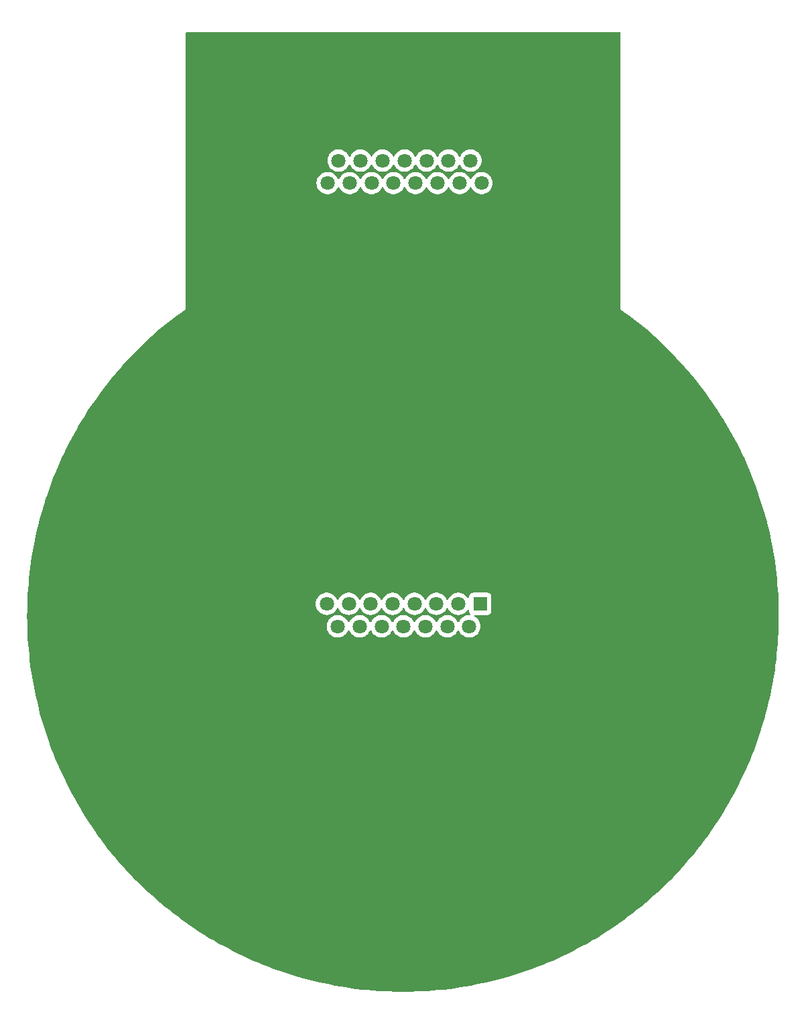
<source format=gbr>
%TF.GenerationSoftware,KiCad,Pcbnew,7.0.9*%
%TF.CreationDate,2024-05-16T17:58:55-06:00*%
%TF.ProjectId,KF50_Stepper_FT_1B_1O,4b463530-5f53-4746-9570-7065725f4654,rev?*%
%TF.SameCoordinates,Original*%
%TF.FileFunction,Copper,L3,Inr*%
%TF.FilePolarity,Positive*%
%FSLAX46Y46*%
G04 Gerber Fmt 4.6, Leading zero omitted, Abs format (unit mm)*
G04 Created by KiCad (PCBNEW 7.0.9) date 2024-05-16 17:58:55*
%MOMM*%
%LPD*%
G01*
G04 APERTURE LIST*
%TA.AperFunction,ComponentPad*%
%ADD10C,6.350000*%
%TD*%
%TA.AperFunction,ComponentPad*%
%ADD11C,1.800000*%
%TD*%
%TA.AperFunction,ComponentPad*%
%ADD12R,1.800000X1.800000*%
%TD*%
%TA.AperFunction,ComponentPad*%
%ADD13C,10.000000*%
%TD*%
%TA.AperFunction,Conductor*%
%ADD14C,2.000000*%
%TD*%
G04 APERTURE END LIST*
D10*
%TO.N,GND*%
%TO.C,J4*%
X16660000Y56000000D03*
X-16660000Y56000000D03*
D11*
%TO.N,Net-(J3-Pad1)*%
X9860000Y54580000D03*
%TO.N,Net-(J3-Pad2)*%
X7080000Y54580000D03*
%TO.N,Net-(J3-Pad3)*%
X4300000Y54580000D03*
%TO.N,Net-(J3-Pad4)*%
X1520000Y54580000D03*
%TO.N,Net-(J3-Pad5)*%
X-1260000Y54580000D03*
%TO.N,Net-(J3-Pad6)*%
X-4040000Y54580000D03*
%TO.N,Net-(J3-Pad7)*%
X-6820000Y54580000D03*
%TO.N,Net-(J3-Pad8)*%
X-9600000Y54580000D03*
%TO.N,Net-(J3-P9)*%
X8470000Y57420000D03*
%TO.N,Net-(J3-P10)*%
X5690000Y57420000D03*
%TO.N,Net-(J3-P111)*%
X2910000Y57420000D03*
%TO.N,Net-(J3-P12)*%
X130000Y57420000D03*
%TO.N,Net-(J3-P13)*%
X-2650000Y57420000D03*
%TO.N,Net-(J3-P14)*%
X-5430000Y57420000D03*
%TO.N,Net-(J3-P15)*%
X-8210000Y57420000D03*
%TD*%
D10*
%TO.N,GND*%
%TO.C,J3*%
X-16660000Y0D03*
X16660000Y0D03*
D12*
%TO.N,Net-(J3-Pad1)*%
X9700000Y1420000D03*
D11*
%TO.N,Net-(J3-Pad2)*%
X6920000Y1420000D03*
%TO.N,Net-(J3-Pad3)*%
X4160000Y1420000D03*
%TO.N,Net-(J3-Pad4)*%
X1380000Y1420000D03*
%TO.N,Net-(J3-Pad5)*%
X-1380000Y1420000D03*
%TO.N,Net-(J3-Pad6)*%
X-4160000Y1420000D03*
%TO.N,Net-(J3-Pad7)*%
X-6920000Y1420000D03*
%TO.N,Net-(J3-Pad8)*%
X-9700000Y1420000D03*
%TO.N,Net-(J3-P9)*%
X8310000Y-1420000D03*
%TO.N,Net-(J3-P10)*%
X5540000Y-1420000D03*
%TO.N,Net-(J3-P111)*%
X2770000Y-1420000D03*
%TO.N,Net-(J3-P12)*%
X0Y-1420000D03*
%TO.N,Net-(J3-P13)*%
X-2770000Y-1420000D03*
%TO.N,Net-(J3-P14)*%
X-5540000Y-1420000D03*
%TO.N,Net-(J3-P15)*%
X-8310000Y-1420000D03*
%TD*%
D13*
%TO.N,GND*%
%TO.C,H8*%
X38271001Y15821362D03*
%TD*%
%TO.N,GND*%
%TO.C,H7*%
X38271001Y-15941362D03*
%TD*%
%TO.N,GND*%
%TO.C,H6*%
X15811362Y38281001D03*
%TD*%
%TO.N,GND*%
%TO.C,Hm*%
X15811362Y-38401001D03*
%TD*%
%TO.N,GND*%
%TO.C,H4*%
X-15951362Y38281001D03*
%TD*%
%TO.N,GND*%
%TO.C,H3*%
X-15951362Y-38401001D03*
%TD*%
%TO.N,GND*%
%TO.C,H2*%
X-38411001Y15821362D03*
%TD*%
%TO.N,GND*%
%TO.C,H1*%
X-38411001Y-15941362D03*
%TD*%
D14*
%TO.N,GND*%
X22449639Y0D02*
X38271001Y15821362D01*
X16660000Y0D02*
X22449639Y0D01*
X-22589639Y0D02*
X-38411001Y15821362D01*
X-16660000Y0D02*
X-22589639Y0D01*
X-15951362Y38281001D02*
X-15951362Y55291362D01*
X-15951362Y55291362D02*
X-16660000Y56000000D01*
X-38411001Y15821362D02*
X-15951362Y38281001D01*
X-38411001Y-15941362D02*
X-38411001Y15821362D01*
X-15951362Y-38401001D02*
X-38411001Y-15941362D01*
X15811362Y-38401001D02*
X-15951362Y-38401001D01*
X38271001Y-15941362D02*
X15811362Y-38401001D01*
X38271001Y15821362D02*
X38271001Y-15941362D01*
X38271001Y15821362D02*
X15811362Y38281001D01*
X16660000Y39129639D02*
X15811362Y38281001D01*
X16660000Y56000000D02*
X16660000Y39129639D01*
%TD*%
%TA.AperFunction,Conductor*%
%TO.N,GND*%
G36*
X27372539Y73619648D02*
G01*
X27418294Y73566844D01*
X27429500Y73515333D01*
X27429500Y38679588D01*
X27425110Y38664639D01*
X27429512Y38638471D01*
X27432839Y38635662D01*
X27441615Y38630709D01*
X28535360Y37830123D01*
X29617208Y36989268D01*
X30674352Y36117558D01*
X31705912Y35215719D01*
X32657958Y34333671D01*
X32712403Y34283154D01*
X33562460Y33448763D01*
X33692883Y33320510D01*
X34466608Y32515929D01*
X34645097Y32329921D01*
X35358500Y31543896D01*
X35568255Y31312210D01*
X36231711Y30537439D01*
X36461574Y30268245D01*
X37081614Y29500411D01*
X37324347Y29198849D01*
X37905786Y28434734D01*
X38155812Y28104965D01*
X38702071Y27342403D01*
X38955301Y26987474D01*
X39468979Y26224852D01*
X39722120Y25847345D01*
X40205198Y25083491D01*
X40455641Y24685515D01*
X40909628Y23919613D01*
X41155244Y23502964D01*
X41581212Y22734638D01*
X41820362Y22300652D01*
X42219086Y21529844D01*
X42450436Y21079586D01*
X42822802Y20305825D01*
X43044897Y19840872D01*
X43391558Y19063936D01*
X43603288Y18585467D01*
X43924587Y17805670D01*
X44125145Y17314412D01*
X44421480Y16531846D01*
X44610009Y16028820D01*
X44881689Y15243700D01*
X45057493Y14729727D01*
X45304818Y13942174D01*
X45467200Y13418276D01*
X45690380Y12628616D01*
X45838815Y12095494D01*
X46037994Y11304217D01*
X46172017Y10762499D01*
X46347372Y9969957D01*
X46466518Y9420456D01*
X46618221Y8626944D01*
X46722078Y8070458D01*
X46850279Y7276318D01*
X46938482Y6713656D01*
X47043307Y5919306D01*
X47115552Y5351161D01*
X47197108Y4557176D01*
X47253144Y3984075D01*
X47311552Y3190956D01*
X47351135Y2613626D01*
X47386527Y1821723D01*
X47409447Y1240915D01*
X47421943Y450862D01*
X47428031Y-132951D01*
X47417765Y-920656D01*
X47406871Y-1506723D01*
X47373981Y-2291633D01*
X47345986Y-2879336D01*
X47290613Y-3660951D01*
X47245427Y-4249584D01*
X47167717Y-5027430D01*
X47105280Y-5616342D01*
X47005402Y-6389803D01*
X46925654Y-6978524D01*
X46803795Y-7746973D01*
X46706709Y-8334914D01*
X46563022Y-9098003D01*
X46448633Y-9684356D01*
X46283320Y-10441501D01*
X46151620Y-11025839D01*
X45964915Y-11776382D01*
X45815940Y-12358135D01*
X45608027Y-13101684D01*
X45441873Y-13680141D01*
X45212971Y-14416191D01*
X45029725Y-14990781D01*
X44780082Y-15718772D01*
X44579842Y-16288953D01*
X44309713Y-17008354D01*
X44092604Y-17573561D01*
X43802239Y-18283888D01*
X43568417Y-18843534D01*
X43258111Y-19544229D01*
X43007719Y-20097817D01*
X42677751Y-20788391D01*
X42410977Y-21335359D01*
X42061661Y-22015284D01*
X41778698Y-22555112D01*
X41410359Y-23223877D01*
X41111398Y-23756082D01*
X40724344Y-24413227D01*
X40409661Y-24937217D01*
X40004238Y-25582250D01*
X39674043Y-26097584D01*
X39250634Y-26729983D01*
X38905177Y-27236183D01*
X38464105Y-27855542D01*
X38103721Y-28352041D01*
X37645387Y-28957866D01*
X37270299Y-29444289D01*
X36795126Y-30036089D01*
X36405658Y-30511949D01*
X35914056Y-31089277D01*
X35510469Y-31554189D01*
X35002857Y-32116612D01*
X34585561Y-32570047D01*
X34062281Y-33117236D01*
X33631665Y-33558726D01*
X33093160Y-34090259D01*
X32649569Y-34519408D01*
X32096319Y-35034850D01*
X31640074Y-35451306D01*
X31072621Y-35950195D01*
X30604055Y-36353614D01*
X30022809Y-36835628D01*
X29542396Y-37225561D01*
X28947831Y-37690342D01*
X28455968Y-38066435D01*
X27848579Y-38513628D01*
X27345669Y-38875542D01*
X26725935Y-39304820D01*
X26212456Y-39652182D01*
X25580894Y-40063215D01*
X25057263Y-40395722D01*
X24414372Y-40788205D01*
X23881020Y-41105556D01*
X23227412Y-41479141D01*
X22684765Y-41781062D01*
X22020922Y-42135496D01*
X21469454Y-42421698D01*
X20795929Y-42756705D01*
X20236202Y-43026881D01*
X19553450Y-43342250D01*
X18985916Y-43596167D01*
X18294583Y-43891612D01*
X17719688Y-44129054D01*
X17020379Y-44404335D01*
X16438584Y-44625097D01*
X15731817Y-44880024D01*
X15143688Y-45083876D01*
X14430047Y-45318250D01*
X13836076Y-45505011D01*
X13116106Y-45718664D01*
X12516856Y-45888147D01*
X11791155Y-46080909D01*
X11187060Y-46232982D01*
X10456285Y-46404690D01*
X9847906Y-46539203D01*
X9112561Y-46689744D01*
X8500411Y-46806576D01*
X7761224Y-46935811D01*
X7145773Y-47034863D01*
X6403213Y-47142716D01*
X5785184Y-47223868D01*
X5039792Y-47310262D01*
X4419647Y-47373453D01*
X3672132Y-47438307D01*
X3050344Y-47483487D01*
X2301359Y-47526748D01*
X1678424Y-47553875D01*
X928555Y-47575513D01*
X305106Y-47584558D01*
X-445106Y-47584558D01*
X-1068555Y-47575513D01*
X-1818424Y-47553875D01*
X-2441359Y-47526748D01*
X-3190344Y-47483487D01*
X-3812132Y-47438307D01*
X-4559647Y-47373453D01*
X-5179792Y-47310262D01*
X-5925184Y-47223868D01*
X-6543213Y-47142716D01*
X-7285773Y-47034863D01*
X-7901224Y-46935811D01*
X-8640411Y-46806576D01*
X-9252561Y-46689744D01*
X-9987906Y-46539203D01*
X-10596285Y-46404690D01*
X-11327060Y-46232982D01*
X-11931155Y-46080909D01*
X-12656856Y-45888147D01*
X-13256106Y-45718664D01*
X-13976076Y-45505011D01*
X-14570047Y-45318250D01*
X-15283688Y-45083876D01*
X-15871817Y-44880024D01*
X-16578584Y-44625097D01*
X-17160379Y-44404335D01*
X-17859688Y-44129054D01*
X-18434583Y-43891612D01*
X-19125916Y-43596167D01*
X-19693450Y-43342250D01*
X-20376202Y-43026881D01*
X-20935929Y-42756705D01*
X-21609454Y-42421698D01*
X-22160922Y-42135496D01*
X-22824765Y-41781062D01*
X-23367412Y-41479141D01*
X-24021020Y-41105556D01*
X-24554372Y-40788205D01*
X-25197263Y-40395722D01*
X-25720894Y-40063215D01*
X-26352456Y-39652182D01*
X-26865935Y-39304820D01*
X-27485669Y-38875542D01*
X-27988579Y-38513628D01*
X-28595968Y-38066435D01*
X-29087831Y-37690342D01*
X-29682396Y-37225561D01*
X-30162809Y-36835628D01*
X-30744055Y-36353614D01*
X-31212621Y-35950195D01*
X-31780074Y-35451306D01*
X-32236319Y-35034850D01*
X-32789569Y-34519408D01*
X-33233160Y-34090259D01*
X-33771665Y-33558726D01*
X-34202281Y-33117236D01*
X-34725561Y-32570047D01*
X-35142857Y-32116612D01*
X-35650469Y-31554189D01*
X-36054056Y-31089277D01*
X-36545658Y-30511949D01*
X-36935126Y-30036089D01*
X-37410299Y-29444289D01*
X-37785387Y-28957866D01*
X-38243721Y-28352041D01*
X-38604105Y-27855542D01*
X-39045177Y-27236183D01*
X-39390634Y-26729983D01*
X-39814043Y-26097584D01*
X-40144238Y-25582250D01*
X-40549661Y-24937217D01*
X-40864344Y-24413227D01*
X-41251398Y-23756082D01*
X-41550359Y-23223877D01*
X-41918698Y-22555112D01*
X-42201661Y-22015284D01*
X-42550977Y-21335359D01*
X-42817751Y-20788391D01*
X-43147719Y-20097817D01*
X-43398111Y-19544229D01*
X-43708417Y-18843534D01*
X-43942239Y-18283888D01*
X-44232604Y-17573561D01*
X-44449713Y-17008354D01*
X-44719842Y-16288953D01*
X-44920082Y-15718772D01*
X-45169725Y-14990781D01*
X-45352971Y-14416191D01*
X-45581873Y-13680141D01*
X-45748027Y-13101684D01*
X-45955940Y-12358135D01*
X-46104915Y-11776382D01*
X-46291620Y-11025839D01*
X-46423320Y-10441501D01*
X-46588633Y-9684356D01*
X-46703022Y-9098003D01*
X-46846709Y-8334914D01*
X-46943795Y-7746973D01*
X-47065654Y-6978524D01*
X-47145402Y-6389803D01*
X-47245280Y-5616342D01*
X-47307717Y-5027430D01*
X-47385427Y-4249584D01*
X-47430613Y-3660951D01*
X-47485986Y-2879336D01*
X-47513981Y-2291633D01*
X-47546871Y-1506723D01*
X-47557765Y-920656D01*
X-47568031Y-132951D01*
X-47561943Y450862D01*
X-47549447Y1240915D01*
X-47542380Y1419993D01*
X-11105300Y1419993D01*
X-11086135Y1188702D01*
X-11086133Y1188691D01*
X-11029157Y963699D01*
X-10935924Y751151D01*
X-10808983Y556852D01*
X-10808980Y556849D01*
X-10808979Y556847D01*
X-10651784Y386087D01*
X-10651780Y386084D01*
X-10651777Y386081D01*
X-10468634Y243535D01*
X-10468628Y243531D01*
X-10264504Y133064D01*
X-10264495Y133061D01*
X-10044984Y57702D01*
X-9873282Y29050D01*
X-9816049Y19500D01*
X-9816048Y19500D01*
X-9583952Y19500D01*
X-9583951Y19500D01*
X-9538164Y27140D01*
X-9355015Y57702D01*
X-9135504Y133061D01*
X-9135495Y133064D01*
X-8931371Y243531D01*
X-8931365Y243535D01*
X-8748222Y386081D01*
X-8748219Y386084D01*
X-8723886Y412516D01*
X-8669008Y472130D01*
X-8591016Y556852D01*
X-8464076Y751149D01*
X-8423556Y843527D01*
X-8378600Y897012D01*
X-8311864Y917702D01*
X-8244536Y899027D01*
X-8197993Y846917D01*
X-8196444Y843527D01*
X-8155923Y751149D01*
X-8028983Y556852D01*
X-8028980Y556849D01*
X-8028979Y556847D01*
X-7871784Y386087D01*
X-7871780Y386084D01*
X-7871777Y386081D01*
X-7688634Y243535D01*
X-7688628Y243531D01*
X-7484504Y133064D01*
X-7484495Y133061D01*
X-7264984Y57702D01*
X-7093282Y29050D01*
X-7036049Y19500D01*
X-7036048Y19500D01*
X-6803952Y19500D01*
X-6803951Y19500D01*
X-6758164Y27140D01*
X-6575015Y57702D01*
X-6355504Y133061D01*
X-6355495Y133064D01*
X-6151371Y243531D01*
X-6151365Y243535D01*
X-5968222Y386081D01*
X-5968219Y386084D01*
X-5943886Y412516D01*
X-5889008Y472130D01*
X-5811016Y556852D01*
X-5684076Y751149D01*
X-5653556Y820729D01*
X-5608599Y874214D01*
X-5541863Y894904D01*
X-5474536Y876229D01*
X-5427992Y824119D01*
X-5426444Y820729D01*
X-5395923Y751149D01*
X-5268983Y556852D01*
X-5268980Y556849D01*
X-5268979Y556847D01*
X-5111784Y386087D01*
X-5111780Y386084D01*
X-5111777Y386081D01*
X-4928634Y243535D01*
X-4928628Y243531D01*
X-4724504Y133064D01*
X-4724495Y133061D01*
X-4504984Y57702D01*
X-4333282Y29050D01*
X-4276049Y19500D01*
X-4276048Y19500D01*
X-4043952Y19500D01*
X-4043951Y19500D01*
X-3998164Y27140D01*
X-3815015Y57702D01*
X-3595504Y133061D01*
X-3595495Y133064D01*
X-3391371Y243531D01*
X-3391365Y243535D01*
X-3208222Y386081D01*
X-3208219Y386084D01*
X-3183886Y412516D01*
X-3129008Y472130D01*
X-3051016Y556852D01*
X-2924076Y751149D01*
X-2883556Y843527D01*
X-2838600Y897012D01*
X-2771864Y917702D01*
X-2704536Y899027D01*
X-2657993Y846917D01*
X-2656444Y843527D01*
X-2615923Y751149D01*
X-2488983Y556852D01*
X-2488980Y556849D01*
X-2488979Y556847D01*
X-2331784Y386087D01*
X-2331780Y386084D01*
X-2331777Y386081D01*
X-2148634Y243535D01*
X-2148628Y243531D01*
X-1944504Y133064D01*
X-1944495Y133061D01*
X-1724984Y57702D01*
X-1553282Y29050D01*
X-1496049Y19500D01*
X-1496048Y19500D01*
X-1263952Y19500D01*
X-1263951Y19500D01*
X-1218164Y27140D01*
X-1035015Y57702D01*
X-815504Y133061D01*
X-815495Y133064D01*
X-611371Y243531D01*
X-611365Y243535D01*
X-428222Y386081D01*
X-428219Y386084D01*
X-403886Y412516D01*
X-349008Y472130D01*
X-271016Y556852D01*
X-144076Y751149D01*
X-113556Y820729D01*
X-68599Y874214D01*
X-1863Y894904D01*
X65464Y876229D01*
X112008Y824119D01*
X113556Y820729D01*
X144076Y751149D01*
X271016Y556852D01*
X349008Y472130D01*
X403886Y412516D01*
X428219Y386084D01*
X428222Y386081D01*
X611365Y243535D01*
X611371Y243531D01*
X815495Y133064D01*
X815504Y133061D01*
X1035015Y57702D01*
X1218164Y27140D01*
X1263951Y19500D01*
X1263952Y19500D01*
X1496048Y19500D01*
X1496049Y19500D01*
X1553282Y29050D01*
X1724984Y57702D01*
X1944495Y133061D01*
X1944504Y133064D01*
X2148628Y243531D01*
X2148634Y243535D01*
X2331777Y386081D01*
X2331780Y386084D01*
X2331784Y386087D01*
X2488979Y556847D01*
X2488980Y556849D01*
X2488983Y556852D01*
X2615923Y751149D01*
X2656444Y843527D01*
X2701400Y897012D01*
X2768136Y917702D01*
X2835464Y899027D01*
X2882007Y846917D01*
X2883556Y843527D01*
X2924076Y751149D01*
X3051016Y556852D01*
X3129008Y472130D01*
X3183886Y412516D01*
X3208219Y386084D01*
X3208222Y386081D01*
X3391365Y243535D01*
X3391371Y243531D01*
X3595495Y133064D01*
X3595504Y133061D01*
X3815015Y57702D01*
X3998164Y27140D01*
X4043951Y19500D01*
X4043952Y19500D01*
X4276048Y19500D01*
X4276049Y19500D01*
X4333282Y29050D01*
X4504984Y57702D01*
X4724495Y133061D01*
X4724504Y133064D01*
X4928628Y243531D01*
X4928634Y243535D01*
X5111777Y386081D01*
X5111780Y386084D01*
X5111784Y386087D01*
X5268979Y556847D01*
X5268980Y556849D01*
X5268983Y556852D01*
X5395923Y751149D01*
X5426444Y820729D01*
X5471401Y874214D01*
X5538137Y894904D01*
X5605464Y876229D01*
X5652008Y824119D01*
X5653556Y820729D01*
X5684076Y751149D01*
X5811016Y556852D01*
X5889008Y472130D01*
X5943886Y412516D01*
X5968219Y386084D01*
X5968222Y386081D01*
X6151365Y243535D01*
X6151371Y243531D01*
X6355495Y133064D01*
X6355504Y133061D01*
X6575015Y57702D01*
X6758164Y27140D01*
X6803951Y19500D01*
X6803952Y19500D01*
X7036048Y19500D01*
X7036049Y19500D01*
X7093282Y29050D01*
X7264984Y57702D01*
X7484495Y133061D01*
X7484504Y133064D01*
X7688628Y243531D01*
X7688634Y243535D01*
X7871777Y386081D01*
X7871780Y386084D01*
X7871784Y386087D01*
X8028979Y556847D01*
X8028980Y556849D01*
X8028983Y556852D01*
X8071691Y622223D01*
X8124837Y667580D01*
X8194068Y677004D01*
X8257404Y647503D01*
X8294736Y588442D01*
X8299500Y554403D01*
X8299500Y472130D01*
X8299501Y472123D01*
X8305908Y412516D01*
X8356202Y277671D01*
X8356204Y277668D01*
X8381760Y243530D01*
X8430209Y178810D01*
X8454627Y113347D01*
X8439776Y45074D01*
X8390371Y-4332D01*
X8330943Y-19500D01*
X8193951Y-19500D01*
X8148164Y-27140D01*
X7965015Y-57702D01*
X7745504Y-133061D01*
X7745495Y-133064D01*
X7541371Y-243531D01*
X7541365Y-243535D01*
X7358222Y-386081D01*
X7358219Y-386084D01*
X7201016Y-556852D01*
X7074076Y-751149D01*
X7038556Y-832128D01*
X6993600Y-885613D01*
X6926863Y-906303D01*
X6859536Y-887628D01*
X6812992Y-835518D01*
X6811444Y-832128D01*
X6775923Y-751149D01*
X6648983Y-556852D01*
X6648980Y-556849D01*
X6648979Y-556847D01*
X6491784Y-386087D01*
X6491779Y-386083D01*
X6491777Y-386081D01*
X6308634Y-243535D01*
X6308628Y-243531D01*
X6104504Y-133064D01*
X6104495Y-133061D01*
X5884984Y-57702D01*
X5713282Y-29050D01*
X5656049Y-19500D01*
X5423951Y-19500D01*
X5378164Y-27140D01*
X5195015Y-57702D01*
X4975504Y-133061D01*
X4975495Y-133064D01*
X4771371Y-243531D01*
X4771365Y-243535D01*
X4588222Y-386081D01*
X4588219Y-386084D01*
X4431016Y-556852D01*
X4304076Y-751149D01*
X4268556Y-832128D01*
X4223600Y-885613D01*
X4156863Y-906303D01*
X4089536Y-887628D01*
X4042992Y-835518D01*
X4041444Y-832128D01*
X4005923Y-751149D01*
X3878983Y-556852D01*
X3878980Y-556849D01*
X3878979Y-556847D01*
X3721784Y-386087D01*
X3721779Y-386083D01*
X3721777Y-386081D01*
X3538634Y-243535D01*
X3538628Y-243531D01*
X3334504Y-133064D01*
X3334495Y-133061D01*
X3114984Y-57702D01*
X2943282Y-29050D01*
X2886049Y-19500D01*
X2653951Y-19500D01*
X2608164Y-27140D01*
X2425015Y-57702D01*
X2205504Y-133061D01*
X2205495Y-133064D01*
X2001371Y-243531D01*
X2001365Y-243535D01*
X1818222Y-386081D01*
X1818219Y-386084D01*
X1661016Y-556852D01*
X1534076Y-751149D01*
X1498556Y-832128D01*
X1453600Y-885613D01*
X1386863Y-906303D01*
X1319536Y-887628D01*
X1272992Y-835518D01*
X1271444Y-832128D01*
X1235923Y-751149D01*
X1108983Y-556852D01*
X1108980Y-556849D01*
X1108979Y-556847D01*
X951784Y-386087D01*
X951779Y-386083D01*
X951777Y-386081D01*
X768634Y-243535D01*
X768628Y-243531D01*
X564504Y-133064D01*
X564495Y-133061D01*
X344984Y-57702D01*
X173282Y-29050D01*
X116049Y-19500D01*
X-116049Y-19500D01*
X-173282Y-29050D01*
X-344984Y-57702D01*
X-564495Y-133061D01*
X-564504Y-133064D01*
X-768628Y-243531D01*
X-768634Y-243535D01*
X-951777Y-386081D01*
X-951779Y-386083D01*
X-951784Y-386087D01*
X-1108979Y-556847D01*
X-1108980Y-556849D01*
X-1108983Y-556852D01*
X-1235923Y-751149D01*
X-1271444Y-832128D01*
X-1316400Y-885613D01*
X-1383137Y-906303D01*
X-1450464Y-887628D01*
X-1497008Y-835518D01*
X-1498556Y-832128D01*
X-1534076Y-751149D01*
X-1661016Y-556852D01*
X-1818219Y-386084D01*
X-1818222Y-386081D01*
X-2001365Y-243535D01*
X-2001371Y-243531D01*
X-2205495Y-133064D01*
X-2205504Y-133061D01*
X-2425015Y-57702D01*
X-2608164Y-27140D01*
X-2653951Y-19500D01*
X-2886049Y-19500D01*
X-2943282Y-29050D01*
X-3114984Y-57702D01*
X-3334495Y-133061D01*
X-3334504Y-133064D01*
X-3538628Y-243531D01*
X-3538634Y-243535D01*
X-3721777Y-386081D01*
X-3721779Y-386083D01*
X-3721784Y-386087D01*
X-3878979Y-556847D01*
X-3878980Y-556849D01*
X-3878983Y-556852D01*
X-4005923Y-751149D01*
X-4041444Y-832128D01*
X-4086400Y-885613D01*
X-4153137Y-906303D01*
X-4220464Y-887628D01*
X-4267008Y-835518D01*
X-4268556Y-832128D01*
X-4304076Y-751149D01*
X-4431016Y-556852D01*
X-4588219Y-386084D01*
X-4588222Y-386081D01*
X-4771365Y-243535D01*
X-4771371Y-243531D01*
X-4975495Y-133064D01*
X-4975504Y-133061D01*
X-5195015Y-57702D01*
X-5378164Y-27140D01*
X-5423951Y-19500D01*
X-5656049Y-19500D01*
X-5713282Y-29050D01*
X-5884984Y-57702D01*
X-6104495Y-133061D01*
X-6104504Y-133064D01*
X-6308628Y-243531D01*
X-6308634Y-243535D01*
X-6491777Y-386081D01*
X-6491779Y-386083D01*
X-6491784Y-386087D01*
X-6648979Y-556847D01*
X-6648980Y-556849D01*
X-6648983Y-556852D01*
X-6775923Y-751149D01*
X-6811444Y-832128D01*
X-6856400Y-885613D01*
X-6923137Y-906303D01*
X-6990464Y-887628D01*
X-7037008Y-835518D01*
X-7038556Y-832128D01*
X-7074076Y-751149D01*
X-7201016Y-556852D01*
X-7358219Y-386084D01*
X-7358222Y-386081D01*
X-7541365Y-243535D01*
X-7541371Y-243531D01*
X-7745495Y-133064D01*
X-7745504Y-133061D01*
X-7965015Y-57702D01*
X-8148164Y-27140D01*
X-8193951Y-19500D01*
X-8426049Y-19500D01*
X-8483282Y-29050D01*
X-8654984Y-57702D01*
X-8874495Y-133061D01*
X-8874504Y-133064D01*
X-9078628Y-243531D01*
X-9078634Y-243535D01*
X-9261777Y-386081D01*
X-9261779Y-386083D01*
X-9261784Y-386087D01*
X-9418979Y-556847D01*
X-9418980Y-556849D01*
X-9418983Y-556852D01*
X-9545924Y-751151D01*
X-9639157Y-963699D01*
X-9696133Y-1188691D01*
X-9696135Y-1188702D01*
X-9715300Y-1419993D01*
X-9715300Y-1420006D01*
X-9696135Y-1651297D01*
X-9696134Y-1651305D01*
X-9639157Y-1876300D01*
X-9545924Y-2088849D01*
X-9418979Y-2283153D01*
X-9261784Y-2453913D01*
X-9078626Y-2596470D01*
X-8874503Y-2706936D01*
X-8654981Y-2782298D01*
X-8426049Y-2820500D01*
X-8426048Y-2820500D01*
X-8193952Y-2820500D01*
X-8193951Y-2820500D01*
X-7965019Y-2782298D01*
X-7965017Y-2782297D01*
X-7965015Y-2782297D01*
X-7859487Y-2746068D01*
X-7745497Y-2706936D01*
X-7541374Y-2596470D01*
X-7541371Y-2596468D01*
X-7541365Y-2596464D01*
X-7358222Y-2453918D01*
X-7358219Y-2453915D01*
X-7358216Y-2453913D01*
X-7201021Y-2283153D01*
X-7201019Y-2283151D01*
X-7201016Y-2283147D01*
X-7074075Y-2088848D01*
X-7038556Y-2007872D01*
X-6993600Y-1954386D01*
X-6926864Y-1933696D01*
X-6859536Y-1952371D01*
X-6812993Y-2004481D01*
X-6811444Y-2007872D01*
X-6775924Y-2088849D01*
X-6648979Y-2283153D01*
X-6491784Y-2453913D01*
X-6308626Y-2596470D01*
X-6104503Y-2706936D01*
X-5884981Y-2782298D01*
X-5656049Y-2820500D01*
X-5656048Y-2820500D01*
X-5423952Y-2820500D01*
X-5423951Y-2820500D01*
X-5195019Y-2782298D01*
X-5195017Y-2782297D01*
X-5195015Y-2782297D01*
X-5089487Y-2746068D01*
X-4975497Y-2706936D01*
X-4771374Y-2596470D01*
X-4771371Y-2596468D01*
X-4771365Y-2596464D01*
X-4588222Y-2453918D01*
X-4588219Y-2453915D01*
X-4588216Y-2453913D01*
X-4431021Y-2283153D01*
X-4431019Y-2283151D01*
X-4431016Y-2283147D01*
X-4304075Y-2088848D01*
X-4268556Y-2007872D01*
X-4223600Y-1954386D01*
X-4156864Y-1933696D01*
X-4089536Y-1952371D01*
X-4042993Y-2004481D01*
X-4041444Y-2007872D01*
X-4005924Y-2088849D01*
X-3878979Y-2283153D01*
X-3721784Y-2453913D01*
X-3538626Y-2596470D01*
X-3334503Y-2706936D01*
X-3114981Y-2782298D01*
X-2886049Y-2820500D01*
X-2886048Y-2820500D01*
X-2653952Y-2820500D01*
X-2653951Y-2820500D01*
X-2425019Y-2782298D01*
X-2425017Y-2782297D01*
X-2425015Y-2782297D01*
X-2319487Y-2746068D01*
X-2205497Y-2706936D01*
X-2001374Y-2596470D01*
X-2001371Y-2596468D01*
X-2001365Y-2596464D01*
X-1818222Y-2453918D01*
X-1818219Y-2453915D01*
X-1818216Y-2453913D01*
X-1661021Y-2283153D01*
X-1661019Y-2283151D01*
X-1661016Y-2283147D01*
X-1534075Y-2088848D01*
X-1498556Y-2007872D01*
X-1453600Y-1954386D01*
X-1386864Y-1933696D01*
X-1319536Y-1952371D01*
X-1272993Y-2004481D01*
X-1271444Y-2007872D01*
X-1235924Y-2088849D01*
X-1108979Y-2283153D01*
X-951784Y-2453913D01*
X-768626Y-2596470D01*
X-564503Y-2706936D01*
X-344981Y-2782298D01*
X-116049Y-2820500D01*
X-116048Y-2820500D01*
X116048Y-2820500D01*
X116049Y-2820500D01*
X344981Y-2782298D01*
X564503Y-2706936D01*
X768626Y-2596470D01*
X951784Y-2453913D01*
X1108979Y-2283153D01*
X1235924Y-2088849D01*
X1271444Y-2007872D01*
X1316400Y-1954386D01*
X1383136Y-1933696D01*
X1450464Y-1952371D01*
X1497007Y-2004481D01*
X1498556Y-2007872D01*
X1534075Y-2088848D01*
X1661016Y-2283147D01*
X1661019Y-2283151D01*
X1661021Y-2283153D01*
X1818216Y-2453913D01*
X1818219Y-2453915D01*
X1818222Y-2453918D01*
X2001365Y-2596464D01*
X2001371Y-2596468D01*
X2001374Y-2596470D01*
X2205497Y-2706936D01*
X2319487Y-2746068D01*
X2425015Y-2782297D01*
X2425017Y-2782297D01*
X2425019Y-2782298D01*
X2653951Y-2820500D01*
X2653952Y-2820500D01*
X2886048Y-2820500D01*
X2886049Y-2820500D01*
X3114981Y-2782298D01*
X3334503Y-2706936D01*
X3538626Y-2596470D01*
X3721784Y-2453913D01*
X3878979Y-2283153D01*
X4005924Y-2088849D01*
X4041444Y-2007872D01*
X4086400Y-1954386D01*
X4153136Y-1933696D01*
X4220464Y-1952371D01*
X4267007Y-2004481D01*
X4268556Y-2007872D01*
X4304075Y-2088848D01*
X4431016Y-2283147D01*
X4431019Y-2283151D01*
X4431021Y-2283153D01*
X4588216Y-2453913D01*
X4588219Y-2453915D01*
X4588222Y-2453918D01*
X4771365Y-2596464D01*
X4771371Y-2596468D01*
X4771374Y-2596470D01*
X4975497Y-2706936D01*
X5089487Y-2746068D01*
X5195015Y-2782297D01*
X5195017Y-2782297D01*
X5195019Y-2782298D01*
X5423951Y-2820500D01*
X5423952Y-2820500D01*
X5656048Y-2820500D01*
X5656049Y-2820500D01*
X5884981Y-2782298D01*
X6104503Y-2706936D01*
X6308626Y-2596470D01*
X6491784Y-2453913D01*
X6648979Y-2283153D01*
X6775924Y-2088849D01*
X6811444Y-2007872D01*
X6856400Y-1954386D01*
X6923136Y-1933696D01*
X6990464Y-1952371D01*
X7037007Y-2004481D01*
X7038556Y-2007872D01*
X7074075Y-2088848D01*
X7201016Y-2283147D01*
X7201019Y-2283151D01*
X7201021Y-2283153D01*
X7358216Y-2453913D01*
X7358219Y-2453915D01*
X7358222Y-2453918D01*
X7541365Y-2596464D01*
X7541371Y-2596468D01*
X7541374Y-2596470D01*
X7745497Y-2706936D01*
X7859487Y-2746068D01*
X7965015Y-2782297D01*
X7965017Y-2782297D01*
X7965019Y-2782298D01*
X8193951Y-2820500D01*
X8193952Y-2820500D01*
X8426048Y-2820500D01*
X8426049Y-2820500D01*
X8654981Y-2782298D01*
X8874503Y-2706936D01*
X9078626Y-2596470D01*
X9261784Y-2453913D01*
X9418979Y-2283153D01*
X9545924Y-2088849D01*
X9639157Y-1876300D01*
X9696134Y-1651305D01*
X9696135Y-1651297D01*
X9715300Y-1420006D01*
X9715300Y-1419993D01*
X9696135Y-1188702D01*
X9696133Y-1188691D01*
X9639157Y-963699D01*
X9545924Y-751151D01*
X9418983Y-556852D01*
X9418980Y-556849D01*
X9418979Y-556847D01*
X9261784Y-386087D01*
X9261779Y-386083D01*
X9261777Y-386081D01*
X9078634Y-243535D01*
X9078623Y-243528D01*
X9023235Y-213553D01*
X8973645Y-164333D01*
X8958538Y-96117D01*
X8982709Y-30561D01*
X9038485Y11520D01*
X9082249Y19500D01*
X10647872Y19501D01*
X10647876Y19501D01*
X10707483Y25908D01*
X10842328Y76202D01*
X10842335Y76206D01*
X10957544Y162452D01*
X10957547Y162455D01*
X11043793Y277664D01*
X11043797Y277671D01*
X11094091Y412517D01*
X11100500Y472127D01*
X11100499Y2367872D01*
X11094091Y2427483D01*
X11043796Y2562331D01*
X10957546Y2677546D01*
X10842331Y2763796D01*
X10707483Y2814091D01*
X10647873Y2820500D01*
X8752128Y2820499D01*
X8703757Y2815299D01*
X8692516Y2814091D01*
X8557671Y2763797D01*
X8557664Y2763793D01*
X8442455Y2677547D01*
X8442452Y2677544D01*
X8356206Y2562335D01*
X8356202Y2562328D01*
X8305908Y2427482D01*
X8299501Y2367883D01*
X8299501Y2367876D01*
X8299500Y2367864D01*
X8299500Y2285598D01*
X8279815Y2218559D01*
X8227011Y2172804D01*
X8157853Y2162860D01*
X8094297Y2191885D01*
X8071691Y2217777D01*
X8028983Y2283147D01*
X8028982Y2283147D01*
X8028979Y2283153D01*
X7871784Y2453913D01*
X7688626Y2596470D01*
X7484503Y2706936D01*
X7264981Y2782298D01*
X7036049Y2820500D01*
X6803951Y2820500D01*
X6575019Y2782298D01*
X6575017Y2782297D01*
X6575015Y2782297D01*
X6469487Y2746068D01*
X6355497Y2706936D01*
X6151374Y2596470D01*
X6151372Y2596468D01*
X6151371Y2596468D01*
X6151365Y2596464D01*
X5968222Y2453918D01*
X5968216Y2453913D01*
X5811021Y2283153D01*
X5811019Y2283151D01*
X5811016Y2283147D01*
X5684075Y2088848D01*
X5653556Y2019271D01*
X5608600Y1965785D01*
X5541864Y1945095D01*
X5474536Y1963770D01*
X5427993Y2015880D01*
X5426444Y2019271D01*
X5395924Y2088848D01*
X5395924Y2088849D01*
X5268979Y2283153D01*
X5111784Y2453913D01*
X4928626Y2596470D01*
X4724503Y2706936D01*
X4504981Y2782298D01*
X4276049Y2820500D01*
X4043951Y2820500D01*
X3815019Y2782298D01*
X3815017Y2782297D01*
X3815015Y2782297D01*
X3709487Y2746068D01*
X3595497Y2706936D01*
X3391374Y2596470D01*
X3391372Y2596468D01*
X3391371Y2596468D01*
X3391365Y2596464D01*
X3208222Y2453918D01*
X3208216Y2453913D01*
X3051021Y2283153D01*
X3051019Y2283151D01*
X3051016Y2283147D01*
X2924075Y2088848D01*
X2883556Y1996473D01*
X2838600Y1942987D01*
X2771864Y1922297D01*
X2704536Y1940972D01*
X2657993Y1993082D01*
X2656444Y1996473D01*
X2615924Y2088848D01*
X2615924Y2088849D01*
X2488979Y2283153D01*
X2331784Y2453913D01*
X2148626Y2596470D01*
X1944503Y2706936D01*
X1724981Y2782298D01*
X1496049Y2820500D01*
X1263951Y2820500D01*
X1035019Y2782298D01*
X1035017Y2782297D01*
X1035015Y2782297D01*
X929487Y2746068D01*
X815497Y2706936D01*
X611374Y2596470D01*
X611372Y2596468D01*
X611371Y2596468D01*
X611365Y2596464D01*
X428222Y2453918D01*
X428216Y2453913D01*
X271021Y2283153D01*
X271019Y2283151D01*
X271016Y2283147D01*
X144075Y2088848D01*
X113556Y2019271D01*
X68600Y1965785D01*
X1864Y1945095D01*
X-65464Y1963770D01*
X-112007Y2015880D01*
X-113556Y2019271D01*
X-144075Y2088848D01*
X-271016Y2283147D01*
X-271019Y2283151D01*
X-271021Y2283153D01*
X-428216Y2453913D01*
X-428222Y2453918D01*
X-611365Y2596464D01*
X-611371Y2596468D01*
X-611372Y2596468D01*
X-611374Y2596470D01*
X-815497Y2706936D01*
X-929487Y2746068D01*
X-1035015Y2782297D01*
X-1035017Y2782297D01*
X-1035019Y2782298D01*
X-1263951Y2820500D01*
X-1496049Y2820500D01*
X-1724981Y2782298D01*
X-1944503Y2706936D01*
X-2148626Y2596470D01*
X-2331784Y2453913D01*
X-2488979Y2283153D01*
X-2615924Y2088849D01*
X-2615924Y2088848D01*
X-2656444Y1996473D01*
X-2701400Y1942987D01*
X-2768136Y1922297D01*
X-2835464Y1940972D01*
X-2882007Y1993082D01*
X-2883556Y1996473D01*
X-2924075Y2088848D01*
X-3051016Y2283147D01*
X-3051019Y2283151D01*
X-3051021Y2283153D01*
X-3208216Y2453913D01*
X-3208222Y2453918D01*
X-3391365Y2596464D01*
X-3391371Y2596468D01*
X-3391372Y2596468D01*
X-3391374Y2596470D01*
X-3595497Y2706936D01*
X-3709487Y2746068D01*
X-3815015Y2782297D01*
X-3815017Y2782297D01*
X-3815019Y2782298D01*
X-4043951Y2820500D01*
X-4276049Y2820500D01*
X-4504981Y2782298D01*
X-4724503Y2706936D01*
X-4928626Y2596470D01*
X-5111784Y2453913D01*
X-5268979Y2283153D01*
X-5395924Y2088849D01*
X-5395924Y2088848D01*
X-5426444Y2019271D01*
X-5471400Y1965785D01*
X-5538136Y1945095D01*
X-5605464Y1963770D01*
X-5652007Y2015880D01*
X-5653556Y2019271D01*
X-5684075Y2088848D01*
X-5811016Y2283147D01*
X-5811019Y2283151D01*
X-5811021Y2283153D01*
X-5968216Y2453913D01*
X-5968222Y2453918D01*
X-6151365Y2596464D01*
X-6151371Y2596468D01*
X-6151372Y2596468D01*
X-6151374Y2596470D01*
X-6355497Y2706936D01*
X-6469487Y2746068D01*
X-6575015Y2782297D01*
X-6575017Y2782297D01*
X-6575019Y2782298D01*
X-6803951Y2820500D01*
X-7036049Y2820500D01*
X-7264981Y2782298D01*
X-7484503Y2706936D01*
X-7688626Y2596470D01*
X-7871784Y2453913D01*
X-8028979Y2283153D01*
X-8155924Y2088849D01*
X-8155924Y2088848D01*
X-8196444Y1996473D01*
X-8241400Y1942987D01*
X-8308136Y1922297D01*
X-8375464Y1940972D01*
X-8422007Y1993082D01*
X-8423556Y1996473D01*
X-8464075Y2088848D01*
X-8591016Y2283147D01*
X-8591019Y2283151D01*
X-8591021Y2283153D01*
X-8748216Y2453913D01*
X-8748222Y2453918D01*
X-8931365Y2596464D01*
X-8931371Y2596468D01*
X-8931372Y2596468D01*
X-8931374Y2596470D01*
X-9135497Y2706936D01*
X-9249487Y2746068D01*
X-9355015Y2782297D01*
X-9355017Y2782297D01*
X-9355019Y2782298D01*
X-9583951Y2820500D01*
X-9816049Y2820500D01*
X-10044981Y2782298D01*
X-10264503Y2706936D01*
X-10468626Y2596470D01*
X-10651784Y2453913D01*
X-10808979Y2283153D01*
X-10935924Y2088849D01*
X-10999905Y1942987D01*
X-11029157Y1876300D01*
X-11086133Y1651308D01*
X-11086135Y1651297D01*
X-11105300Y1420006D01*
X-11105300Y1419993D01*
X-47542380Y1419993D01*
X-47526527Y1821723D01*
X-47491135Y2613626D01*
X-47451552Y3190956D01*
X-47393144Y3984075D01*
X-47337108Y4557176D01*
X-47255552Y5351161D01*
X-47183307Y5919306D01*
X-47078482Y6713656D01*
X-46990279Y7276318D01*
X-46862078Y8070458D01*
X-46758221Y8626944D01*
X-46606518Y9420456D01*
X-46487372Y9969957D01*
X-46312017Y10762499D01*
X-46177994Y11304217D01*
X-45978815Y12095494D01*
X-45830380Y12628616D01*
X-45607200Y13418276D01*
X-45444818Y13942174D01*
X-45197493Y14729727D01*
X-45021689Y15243700D01*
X-44750009Y16028820D01*
X-44561480Y16531846D01*
X-44265145Y17314412D01*
X-44064587Y17805670D01*
X-43743288Y18585467D01*
X-43531558Y19063936D01*
X-43184897Y19840872D01*
X-42962802Y20305825D01*
X-42590436Y21079586D01*
X-42359086Y21529844D01*
X-41960362Y22300652D01*
X-41721212Y22734638D01*
X-41295244Y23502964D01*
X-41049628Y23919613D01*
X-40595641Y24685515D01*
X-40345198Y25083491D01*
X-39862120Y25847345D01*
X-39608979Y26224852D01*
X-39095301Y26987474D01*
X-38842071Y27342403D01*
X-38295812Y28104965D01*
X-38045786Y28434734D01*
X-37464347Y29198849D01*
X-37221614Y29500411D01*
X-36601574Y30268245D01*
X-36371711Y30537439D01*
X-35708255Y31312210D01*
X-35498500Y31543896D01*
X-34785097Y32329921D01*
X-34606608Y32515929D01*
X-33832883Y33320510D01*
X-33702460Y33448763D01*
X-32852403Y34283154D01*
X-32797958Y34333671D01*
X-31845912Y35215719D01*
X-30814352Y36117558D01*
X-29757208Y36989268D01*
X-28675360Y37830123D01*
X-27581615Y38630709D01*
X-27572839Y38635662D01*
X-27569512Y38638471D01*
X-27565471Y38662493D01*
X-27569363Y38673758D01*
X-27569500Y38679588D01*
X-27569500Y54579993D01*
X-11005300Y54579993D01*
X-10986135Y54348702D01*
X-10986133Y54348691D01*
X-10929157Y54123699D01*
X-10835924Y53911151D01*
X-10708983Y53716852D01*
X-10708980Y53716849D01*
X-10708979Y53716847D01*
X-10551784Y53546087D01*
X-10551780Y53546084D01*
X-10551777Y53546081D01*
X-10368634Y53403535D01*
X-10368628Y53403531D01*
X-10164504Y53293064D01*
X-10164495Y53293061D01*
X-9944984Y53217702D01*
X-9773282Y53189050D01*
X-9716049Y53179500D01*
X-9716048Y53179500D01*
X-9483952Y53179500D01*
X-9483951Y53179500D01*
X-9438164Y53187140D01*
X-9255015Y53217702D01*
X-9035504Y53293061D01*
X-9035495Y53293064D01*
X-8831371Y53403531D01*
X-8831365Y53403535D01*
X-8648222Y53546081D01*
X-8648219Y53546084D01*
X-8491016Y53716852D01*
X-8364076Y53911149D01*
X-8323556Y54003527D01*
X-8278600Y54057012D01*
X-8211864Y54077702D01*
X-8144536Y54059027D01*
X-8097993Y54006917D01*
X-8096444Y54003527D01*
X-8055923Y53911149D01*
X-7928983Y53716852D01*
X-7928980Y53716849D01*
X-7928979Y53716847D01*
X-7771784Y53546087D01*
X-7771780Y53546084D01*
X-7771777Y53546081D01*
X-7588634Y53403535D01*
X-7588628Y53403531D01*
X-7384504Y53293064D01*
X-7384495Y53293061D01*
X-7164984Y53217702D01*
X-6993282Y53189050D01*
X-6936049Y53179500D01*
X-6936048Y53179500D01*
X-6703952Y53179500D01*
X-6703951Y53179500D01*
X-6658164Y53187140D01*
X-6475015Y53217702D01*
X-6255504Y53293061D01*
X-6255495Y53293064D01*
X-6051371Y53403531D01*
X-6051365Y53403535D01*
X-5868222Y53546081D01*
X-5868219Y53546084D01*
X-5711016Y53716852D01*
X-5584076Y53911149D01*
X-5543556Y54003527D01*
X-5498600Y54057012D01*
X-5431864Y54077702D01*
X-5364536Y54059027D01*
X-5317993Y54006917D01*
X-5316444Y54003527D01*
X-5275923Y53911149D01*
X-5148983Y53716852D01*
X-5148980Y53716849D01*
X-5148979Y53716847D01*
X-4991784Y53546087D01*
X-4991780Y53546084D01*
X-4991777Y53546081D01*
X-4808634Y53403535D01*
X-4808628Y53403531D01*
X-4604504Y53293064D01*
X-4604495Y53293061D01*
X-4384984Y53217702D01*
X-4213282Y53189050D01*
X-4156049Y53179500D01*
X-4156048Y53179500D01*
X-3923952Y53179500D01*
X-3923951Y53179500D01*
X-3878164Y53187140D01*
X-3695015Y53217702D01*
X-3475504Y53293061D01*
X-3475495Y53293064D01*
X-3271371Y53403531D01*
X-3271365Y53403535D01*
X-3088222Y53546081D01*
X-3088219Y53546084D01*
X-2931016Y53716852D01*
X-2804076Y53911149D01*
X-2763556Y54003527D01*
X-2718600Y54057012D01*
X-2651864Y54077702D01*
X-2584536Y54059027D01*
X-2537993Y54006917D01*
X-2536444Y54003527D01*
X-2495923Y53911149D01*
X-2368983Y53716852D01*
X-2368980Y53716849D01*
X-2368979Y53716847D01*
X-2211784Y53546087D01*
X-2211780Y53546084D01*
X-2211777Y53546081D01*
X-2028634Y53403535D01*
X-2028628Y53403531D01*
X-1824504Y53293064D01*
X-1824495Y53293061D01*
X-1604984Y53217702D01*
X-1433282Y53189050D01*
X-1376049Y53179500D01*
X-1376048Y53179500D01*
X-1143952Y53179500D01*
X-1143951Y53179500D01*
X-1098164Y53187140D01*
X-915015Y53217702D01*
X-695504Y53293061D01*
X-695495Y53293064D01*
X-491371Y53403531D01*
X-491365Y53403535D01*
X-308222Y53546081D01*
X-308219Y53546084D01*
X-151016Y53716852D01*
X-24076Y53911149D01*
X16444Y54003527D01*
X61400Y54057012D01*
X128136Y54077702D01*
X195464Y54059027D01*
X242007Y54006917D01*
X243556Y54003527D01*
X284076Y53911149D01*
X411016Y53716852D01*
X568219Y53546084D01*
X568222Y53546081D01*
X751365Y53403535D01*
X751371Y53403531D01*
X955495Y53293064D01*
X955504Y53293061D01*
X1175015Y53217702D01*
X1358164Y53187140D01*
X1403951Y53179500D01*
X1403952Y53179500D01*
X1636048Y53179500D01*
X1636049Y53179500D01*
X1693282Y53189050D01*
X1864984Y53217702D01*
X2084495Y53293061D01*
X2084504Y53293064D01*
X2288628Y53403531D01*
X2288634Y53403535D01*
X2471777Y53546081D01*
X2471780Y53546084D01*
X2471784Y53546087D01*
X2628979Y53716847D01*
X2628980Y53716849D01*
X2628983Y53716852D01*
X2755923Y53911149D01*
X2796444Y54003527D01*
X2841400Y54057012D01*
X2908136Y54077702D01*
X2975464Y54059027D01*
X3022007Y54006917D01*
X3023556Y54003527D01*
X3064076Y53911149D01*
X3191016Y53716852D01*
X3348219Y53546084D01*
X3348222Y53546081D01*
X3531365Y53403535D01*
X3531371Y53403531D01*
X3735495Y53293064D01*
X3735504Y53293061D01*
X3955015Y53217702D01*
X4138164Y53187140D01*
X4183951Y53179500D01*
X4183952Y53179500D01*
X4416048Y53179500D01*
X4416049Y53179500D01*
X4473282Y53189050D01*
X4644984Y53217702D01*
X4864495Y53293061D01*
X4864504Y53293064D01*
X5068628Y53403531D01*
X5068634Y53403535D01*
X5251777Y53546081D01*
X5251780Y53546084D01*
X5251784Y53546087D01*
X5408979Y53716847D01*
X5408980Y53716849D01*
X5408983Y53716852D01*
X5535923Y53911149D01*
X5576444Y54003527D01*
X5621400Y54057012D01*
X5688136Y54077702D01*
X5755464Y54059027D01*
X5802007Y54006917D01*
X5803556Y54003527D01*
X5844076Y53911149D01*
X5971016Y53716852D01*
X6128219Y53546084D01*
X6128222Y53546081D01*
X6311365Y53403535D01*
X6311371Y53403531D01*
X6515495Y53293064D01*
X6515504Y53293061D01*
X6735015Y53217702D01*
X6918164Y53187140D01*
X6963951Y53179500D01*
X6963952Y53179500D01*
X7196048Y53179500D01*
X7196049Y53179500D01*
X7253282Y53189050D01*
X7424984Y53217702D01*
X7644495Y53293061D01*
X7644504Y53293064D01*
X7848628Y53403531D01*
X7848634Y53403535D01*
X8031777Y53546081D01*
X8031780Y53546084D01*
X8031784Y53546087D01*
X8188979Y53716847D01*
X8188980Y53716849D01*
X8188983Y53716852D01*
X8315923Y53911149D01*
X8356444Y54003527D01*
X8401400Y54057012D01*
X8468136Y54077702D01*
X8535464Y54059027D01*
X8582007Y54006917D01*
X8583556Y54003527D01*
X8624076Y53911149D01*
X8751016Y53716852D01*
X8908219Y53546084D01*
X8908222Y53546081D01*
X9091365Y53403535D01*
X9091371Y53403531D01*
X9295495Y53293064D01*
X9295504Y53293061D01*
X9515015Y53217702D01*
X9698164Y53187140D01*
X9743951Y53179500D01*
X9743952Y53179500D01*
X9976048Y53179500D01*
X9976049Y53179500D01*
X10033282Y53189050D01*
X10204984Y53217702D01*
X10424495Y53293061D01*
X10424504Y53293064D01*
X10628628Y53403531D01*
X10628634Y53403535D01*
X10811777Y53546081D01*
X10811780Y53546084D01*
X10811784Y53546087D01*
X10968979Y53716847D01*
X10968980Y53716849D01*
X10968983Y53716852D01*
X11095924Y53911151D01*
X11189157Y54123699D01*
X11246133Y54348691D01*
X11246135Y54348702D01*
X11265300Y54579993D01*
X11265300Y54580006D01*
X11246135Y54811297D01*
X11246133Y54811308D01*
X11189157Y55036300D01*
X11095924Y55248848D01*
X11095924Y55248849D01*
X10968979Y55443153D01*
X10811784Y55613913D01*
X10628626Y55756470D01*
X10424503Y55866936D01*
X10204981Y55942298D01*
X9976049Y55980500D01*
X9743951Y55980500D01*
X9515019Y55942298D01*
X9515017Y55942297D01*
X9515015Y55942297D01*
X9409487Y55906068D01*
X9295497Y55866936D01*
X9091374Y55756470D01*
X9091372Y55756468D01*
X9091371Y55756468D01*
X9091365Y55756464D01*
X8908222Y55613918D01*
X8908216Y55613913D01*
X8751021Y55443153D01*
X8751019Y55443151D01*
X8751016Y55443147D01*
X8624075Y55248848D01*
X8583556Y55156473D01*
X8538600Y55102987D01*
X8471864Y55082297D01*
X8404536Y55100972D01*
X8357993Y55153082D01*
X8356444Y55156473D01*
X8315924Y55248848D01*
X8315924Y55248849D01*
X8188979Y55443153D01*
X8031784Y55613913D01*
X7848626Y55756470D01*
X7644503Y55866936D01*
X7424981Y55942298D01*
X7196049Y55980500D01*
X6963951Y55980500D01*
X6735019Y55942298D01*
X6735017Y55942297D01*
X6735015Y55942297D01*
X6629487Y55906068D01*
X6515497Y55866936D01*
X6311374Y55756470D01*
X6311372Y55756468D01*
X6311371Y55756468D01*
X6311365Y55756464D01*
X6128222Y55613918D01*
X6128216Y55613913D01*
X5971021Y55443153D01*
X5971019Y55443151D01*
X5971016Y55443147D01*
X5844075Y55248848D01*
X5803556Y55156473D01*
X5758600Y55102987D01*
X5691864Y55082297D01*
X5624536Y55100972D01*
X5577993Y55153082D01*
X5576444Y55156473D01*
X5535924Y55248848D01*
X5535924Y55248849D01*
X5408979Y55443153D01*
X5251784Y55613913D01*
X5068626Y55756470D01*
X4864503Y55866936D01*
X4644981Y55942298D01*
X4416049Y55980500D01*
X4183951Y55980500D01*
X3955019Y55942298D01*
X3955017Y55942297D01*
X3955015Y55942297D01*
X3849487Y55906068D01*
X3735497Y55866936D01*
X3531374Y55756470D01*
X3531372Y55756468D01*
X3531371Y55756468D01*
X3531365Y55756464D01*
X3348222Y55613918D01*
X3348216Y55613913D01*
X3191021Y55443153D01*
X3191019Y55443151D01*
X3191016Y55443147D01*
X3064075Y55248848D01*
X3023556Y55156473D01*
X2978600Y55102987D01*
X2911864Y55082297D01*
X2844536Y55100972D01*
X2797993Y55153082D01*
X2796444Y55156473D01*
X2755924Y55248848D01*
X2755924Y55248849D01*
X2628979Y55443153D01*
X2471784Y55613913D01*
X2288626Y55756470D01*
X2084503Y55866936D01*
X1864981Y55942298D01*
X1636049Y55980500D01*
X1403951Y55980500D01*
X1175019Y55942298D01*
X1175017Y55942297D01*
X1175015Y55942297D01*
X1069487Y55906068D01*
X955497Y55866936D01*
X751374Y55756470D01*
X751372Y55756468D01*
X751371Y55756468D01*
X751365Y55756464D01*
X568222Y55613918D01*
X568216Y55613913D01*
X411021Y55443153D01*
X411019Y55443151D01*
X411016Y55443147D01*
X284075Y55248848D01*
X243556Y55156473D01*
X198600Y55102987D01*
X131864Y55082297D01*
X64536Y55100972D01*
X17993Y55153082D01*
X16444Y55156473D01*
X-24075Y55248848D01*
X-151016Y55443147D01*
X-151019Y55443151D01*
X-151021Y55443153D01*
X-308216Y55613913D01*
X-308222Y55613918D01*
X-491365Y55756464D01*
X-491371Y55756468D01*
X-491372Y55756468D01*
X-491374Y55756470D01*
X-695497Y55866936D01*
X-809487Y55906068D01*
X-915015Y55942297D01*
X-915017Y55942297D01*
X-915019Y55942298D01*
X-1143951Y55980500D01*
X-1376049Y55980500D01*
X-1604981Y55942298D01*
X-1824503Y55866936D01*
X-2028626Y55756470D01*
X-2211784Y55613913D01*
X-2368979Y55443153D01*
X-2495924Y55248849D01*
X-2495924Y55248848D01*
X-2536444Y55156473D01*
X-2581400Y55102987D01*
X-2648136Y55082297D01*
X-2715464Y55100972D01*
X-2762007Y55153082D01*
X-2763556Y55156473D01*
X-2804075Y55248848D01*
X-2931016Y55443147D01*
X-2931019Y55443151D01*
X-2931021Y55443153D01*
X-3088216Y55613913D01*
X-3088222Y55613918D01*
X-3271365Y55756464D01*
X-3271371Y55756468D01*
X-3271372Y55756468D01*
X-3271374Y55756470D01*
X-3475497Y55866936D01*
X-3589487Y55906068D01*
X-3695015Y55942297D01*
X-3695017Y55942297D01*
X-3695019Y55942298D01*
X-3923951Y55980500D01*
X-4156049Y55980500D01*
X-4384981Y55942298D01*
X-4604503Y55866936D01*
X-4808626Y55756470D01*
X-4991784Y55613913D01*
X-5148979Y55443153D01*
X-5275924Y55248849D01*
X-5275924Y55248848D01*
X-5316444Y55156473D01*
X-5361400Y55102987D01*
X-5428136Y55082297D01*
X-5495464Y55100972D01*
X-5542007Y55153082D01*
X-5543556Y55156473D01*
X-5584075Y55248848D01*
X-5711016Y55443147D01*
X-5711019Y55443151D01*
X-5711021Y55443153D01*
X-5868216Y55613913D01*
X-5868222Y55613918D01*
X-6051365Y55756464D01*
X-6051371Y55756468D01*
X-6051372Y55756468D01*
X-6051374Y55756470D01*
X-6255497Y55866936D01*
X-6369487Y55906068D01*
X-6475015Y55942297D01*
X-6475017Y55942297D01*
X-6475019Y55942298D01*
X-6703951Y55980500D01*
X-6936049Y55980500D01*
X-7164981Y55942298D01*
X-7384503Y55866936D01*
X-7588626Y55756470D01*
X-7771784Y55613913D01*
X-7928979Y55443153D01*
X-8055924Y55248849D01*
X-8055924Y55248848D01*
X-8096444Y55156473D01*
X-8141400Y55102987D01*
X-8208136Y55082297D01*
X-8275464Y55100972D01*
X-8322007Y55153082D01*
X-8323556Y55156473D01*
X-8364075Y55248848D01*
X-8491016Y55443147D01*
X-8491019Y55443151D01*
X-8491021Y55443153D01*
X-8648216Y55613913D01*
X-8648222Y55613918D01*
X-8831365Y55756464D01*
X-8831371Y55756468D01*
X-8831372Y55756468D01*
X-8831374Y55756470D01*
X-9035497Y55866936D01*
X-9149487Y55906068D01*
X-9255015Y55942297D01*
X-9255017Y55942297D01*
X-9255019Y55942298D01*
X-9483951Y55980500D01*
X-9716049Y55980500D01*
X-9944981Y55942298D01*
X-10164503Y55866936D01*
X-10368626Y55756470D01*
X-10551784Y55613913D01*
X-10708979Y55443153D01*
X-10835924Y55248849D01*
X-10835924Y55248848D01*
X-10929157Y55036300D01*
X-10986133Y54811308D01*
X-10986135Y54811297D01*
X-11005300Y54580006D01*
X-11005300Y54579993D01*
X-27569500Y54579993D01*
X-27569500Y57419993D01*
X-9615300Y57419993D01*
X-9596135Y57188702D01*
X-9596133Y57188691D01*
X-9539157Y56963699D01*
X-9445924Y56751151D01*
X-9318983Y56556852D01*
X-9318980Y56556849D01*
X-9318979Y56556847D01*
X-9161784Y56386087D01*
X-9161780Y56386084D01*
X-9161777Y56386081D01*
X-8978634Y56243535D01*
X-8978628Y56243531D01*
X-8774504Y56133064D01*
X-8774495Y56133061D01*
X-8554984Y56057702D01*
X-8383282Y56029050D01*
X-8326049Y56019500D01*
X-8326048Y56019500D01*
X-8093952Y56019500D01*
X-8093951Y56019500D01*
X-8048164Y56027140D01*
X-7865015Y56057702D01*
X-7645504Y56133061D01*
X-7645495Y56133064D01*
X-7441371Y56243531D01*
X-7441365Y56243535D01*
X-7258222Y56386081D01*
X-7258219Y56386084D01*
X-7101016Y56556852D01*
X-6974076Y56751149D01*
X-6933556Y56843527D01*
X-6888600Y56897012D01*
X-6821864Y56917702D01*
X-6754536Y56899027D01*
X-6707993Y56846917D01*
X-6706444Y56843527D01*
X-6665923Y56751149D01*
X-6538983Y56556852D01*
X-6538980Y56556849D01*
X-6538979Y56556847D01*
X-6381784Y56386087D01*
X-6381780Y56386084D01*
X-6381777Y56386081D01*
X-6198634Y56243535D01*
X-6198628Y56243531D01*
X-5994504Y56133064D01*
X-5994495Y56133061D01*
X-5774984Y56057702D01*
X-5603282Y56029050D01*
X-5546049Y56019500D01*
X-5546048Y56019500D01*
X-5313952Y56019500D01*
X-5313951Y56019500D01*
X-5268164Y56027140D01*
X-5085015Y56057702D01*
X-4865504Y56133061D01*
X-4865495Y56133064D01*
X-4661371Y56243531D01*
X-4661365Y56243535D01*
X-4478222Y56386081D01*
X-4478219Y56386084D01*
X-4321016Y56556852D01*
X-4194076Y56751149D01*
X-4153556Y56843527D01*
X-4108600Y56897012D01*
X-4041864Y56917702D01*
X-3974536Y56899027D01*
X-3927993Y56846917D01*
X-3926444Y56843527D01*
X-3885923Y56751149D01*
X-3758983Y56556852D01*
X-3758980Y56556849D01*
X-3758979Y56556847D01*
X-3601784Y56386087D01*
X-3601780Y56386084D01*
X-3601777Y56386081D01*
X-3418634Y56243535D01*
X-3418628Y56243531D01*
X-3214504Y56133064D01*
X-3214495Y56133061D01*
X-2994984Y56057702D01*
X-2823282Y56029050D01*
X-2766049Y56019500D01*
X-2766048Y56019500D01*
X-2533952Y56019500D01*
X-2533951Y56019500D01*
X-2488164Y56027140D01*
X-2305015Y56057702D01*
X-2085504Y56133061D01*
X-2085495Y56133064D01*
X-1881371Y56243531D01*
X-1881365Y56243535D01*
X-1698222Y56386081D01*
X-1698219Y56386084D01*
X-1541016Y56556852D01*
X-1414076Y56751149D01*
X-1373556Y56843527D01*
X-1328600Y56897012D01*
X-1261864Y56917702D01*
X-1194536Y56899027D01*
X-1147993Y56846917D01*
X-1146444Y56843527D01*
X-1105923Y56751149D01*
X-978983Y56556852D01*
X-978980Y56556849D01*
X-978979Y56556847D01*
X-821784Y56386087D01*
X-821780Y56386084D01*
X-821777Y56386081D01*
X-638634Y56243535D01*
X-638628Y56243531D01*
X-434504Y56133064D01*
X-434495Y56133061D01*
X-214984Y56057702D01*
X-43282Y56029050D01*
X13951Y56019500D01*
X13952Y56019500D01*
X246048Y56019500D01*
X246049Y56019500D01*
X303282Y56029050D01*
X474984Y56057702D01*
X694495Y56133061D01*
X694504Y56133064D01*
X898628Y56243531D01*
X898634Y56243535D01*
X1081777Y56386081D01*
X1081780Y56386084D01*
X1081784Y56386087D01*
X1238979Y56556847D01*
X1238980Y56556849D01*
X1238983Y56556852D01*
X1365923Y56751149D01*
X1406444Y56843527D01*
X1451400Y56897012D01*
X1518136Y56917702D01*
X1585464Y56899027D01*
X1632007Y56846917D01*
X1633556Y56843527D01*
X1674076Y56751149D01*
X1801016Y56556852D01*
X1958219Y56386084D01*
X1958222Y56386081D01*
X2141365Y56243535D01*
X2141371Y56243531D01*
X2345495Y56133064D01*
X2345504Y56133061D01*
X2565015Y56057702D01*
X2748164Y56027140D01*
X2793951Y56019500D01*
X2793952Y56019500D01*
X3026048Y56019500D01*
X3026049Y56019500D01*
X3083282Y56029050D01*
X3254984Y56057702D01*
X3474495Y56133061D01*
X3474504Y56133064D01*
X3678628Y56243531D01*
X3678634Y56243535D01*
X3861777Y56386081D01*
X3861780Y56386084D01*
X3861784Y56386087D01*
X4018979Y56556847D01*
X4018980Y56556849D01*
X4018983Y56556852D01*
X4145923Y56751149D01*
X4186444Y56843527D01*
X4231400Y56897012D01*
X4298136Y56917702D01*
X4365464Y56899027D01*
X4412007Y56846917D01*
X4413556Y56843527D01*
X4454076Y56751149D01*
X4581016Y56556852D01*
X4738219Y56386084D01*
X4738222Y56386081D01*
X4921365Y56243535D01*
X4921371Y56243531D01*
X5125495Y56133064D01*
X5125504Y56133061D01*
X5345015Y56057702D01*
X5528164Y56027140D01*
X5573951Y56019500D01*
X5573952Y56019500D01*
X5806048Y56019500D01*
X5806049Y56019500D01*
X5863282Y56029050D01*
X6034984Y56057702D01*
X6254495Y56133061D01*
X6254504Y56133064D01*
X6458628Y56243531D01*
X6458634Y56243535D01*
X6641777Y56386081D01*
X6641780Y56386084D01*
X6641784Y56386087D01*
X6798979Y56556847D01*
X6798980Y56556849D01*
X6798983Y56556852D01*
X6925923Y56751149D01*
X6966444Y56843527D01*
X7011400Y56897012D01*
X7078136Y56917702D01*
X7145464Y56899027D01*
X7192007Y56846917D01*
X7193556Y56843527D01*
X7234076Y56751149D01*
X7361016Y56556852D01*
X7518219Y56386084D01*
X7518222Y56386081D01*
X7701365Y56243535D01*
X7701371Y56243531D01*
X7905495Y56133064D01*
X7905504Y56133061D01*
X8125015Y56057702D01*
X8308164Y56027140D01*
X8353951Y56019500D01*
X8353952Y56019500D01*
X8586048Y56019500D01*
X8586049Y56019500D01*
X8643282Y56029050D01*
X8814984Y56057702D01*
X9034495Y56133061D01*
X9034504Y56133064D01*
X9238628Y56243531D01*
X9238634Y56243535D01*
X9421777Y56386081D01*
X9421780Y56386084D01*
X9421784Y56386087D01*
X9578979Y56556847D01*
X9578980Y56556849D01*
X9578983Y56556852D01*
X9705924Y56751151D01*
X9799157Y56963699D01*
X9856133Y57188691D01*
X9856135Y57188702D01*
X9875300Y57419993D01*
X9875300Y57420006D01*
X9856135Y57651297D01*
X9856133Y57651308D01*
X9799157Y57876300D01*
X9705924Y58088848D01*
X9705924Y58088849D01*
X9578979Y58283153D01*
X9421784Y58453913D01*
X9238626Y58596470D01*
X9034503Y58706936D01*
X8814981Y58782298D01*
X8586049Y58820500D01*
X8353951Y58820500D01*
X8125019Y58782298D01*
X8125017Y58782297D01*
X8125015Y58782297D01*
X8019487Y58746068D01*
X7905497Y58706936D01*
X7701374Y58596470D01*
X7701372Y58596468D01*
X7701371Y58596468D01*
X7701365Y58596464D01*
X7518222Y58453918D01*
X7518216Y58453913D01*
X7361021Y58283153D01*
X7361019Y58283151D01*
X7361016Y58283147D01*
X7234075Y58088848D01*
X7193556Y57996473D01*
X7148600Y57942987D01*
X7081864Y57922297D01*
X7014536Y57940972D01*
X6967993Y57993082D01*
X6966444Y57996473D01*
X6925924Y58088848D01*
X6925924Y58088849D01*
X6798979Y58283153D01*
X6641784Y58453913D01*
X6458626Y58596470D01*
X6254503Y58706936D01*
X6034981Y58782298D01*
X5806049Y58820500D01*
X5573951Y58820500D01*
X5345019Y58782298D01*
X5345017Y58782297D01*
X5345015Y58782297D01*
X5239487Y58746068D01*
X5125497Y58706936D01*
X4921374Y58596470D01*
X4921372Y58596468D01*
X4921371Y58596468D01*
X4921365Y58596464D01*
X4738222Y58453918D01*
X4738216Y58453913D01*
X4581021Y58283153D01*
X4581019Y58283151D01*
X4581016Y58283147D01*
X4454075Y58088848D01*
X4413556Y57996473D01*
X4368600Y57942987D01*
X4301864Y57922297D01*
X4234536Y57940972D01*
X4187993Y57993082D01*
X4186444Y57996473D01*
X4145924Y58088848D01*
X4145924Y58088849D01*
X4018979Y58283153D01*
X3861784Y58453913D01*
X3678626Y58596470D01*
X3474503Y58706936D01*
X3254981Y58782298D01*
X3026049Y58820500D01*
X2793951Y58820500D01*
X2565019Y58782298D01*
X2565017Y58782297D01*
X2565015Y58782297D01*
X2459487Y58746068D01*
X2345497Y58706936D01*
X2141374Y58596470D01*
X2141372Y58596468D01*
X2141371Y58596468D01*
X2141365Y58596464D01*
X1958222Y58453918D01*
X1958216Y58453913D01*
X1801021Y58283153D01*
X1801019Y58283151D01*
X1801016Y58283147D01*
X1674075Y58088848D01*
X1633556Y57996473D01*
X1588600Y57942987D01*
X1521864Y57922297D01*
X1454536Y57940972D01*
X1407993Y57993082D01*
X1406444Y57996473D01*
X1365924Y58088848D01*
X1365924Y58088849D01*
X1238979Y58283153D01*
X1081784Y58453913D01*
X898626Y58596470D01*
X694503Y58706936D01*
X474981Y58782298D01*
X246049Y58820500D01*
X13951Y58820500D01*
X-214981Y58782298D01*
X-434503Y58706936D01*
X-638626Y58596470D01*
X-821784Y58453913D01*
X-978979Y58283153D01*
X-1105924Y58088849D01*
X-1105924Y58088848D01*
X-1146444Y57996473D01*
X-1191400Y57942987D01*
X-1258136Y57922297D01*
X-1325464Y57940972D01*
X-1372007Y57993082D01*
X-1373556Y57996473D01*
X-1414075Y58088848D01*
X-1541016Y58283147D01*
X-1541019Y58283151D01*
X-1541021Y58283153D01*
X-1698216Y58453913D01*
X-1698222Y58453918D01*
X-1881365Y58596464D01*
X-1881371Y58596468D01*
X-1881372Y58596468D01*
X-1881374Y58596470D01*
X-2085497Y58706936D01*
X-2199487Y58746068D01*
X-2305015Y58782297D01*
X-2305017Y58782297D01*
X-2305019Y58782298D01*
X-2533951Y58820500D01*
X-2766049Y58820500D01*
X-2994981Y58782298D01*
X-3214503Y58706936D01*
X-3418626Y58596470D01*
X-3601784Y58453913D01*
X-3758979Y58283153D01*
X-3885924Y58088849D01*
X-3885924Y58088848D01*
X-3926444Y57996473D01*
X-3971400Y57942987D01*
X-4038136Y57922297D01*
X-4105464Y57940972D01*
X-4152007Y57993082D01*
X-4153556Y57996473D01*
X-4194075Y58088848D01*
X-4321016Y58283147D01*
X-4321019Y58283151D01*
X-4321021Y58283153D01*
X-4478216Y58453913D01*
X-4478222Y58453918D01*
X-4661365Y58596464D01*
X-4661371Y58596468D01*
X-4661372Y58596468D01*
X-4661374Y58596470D01*
X-4865497Y58706936D01*
X-4979487Y58746068D01*
X-5085015Y58782297D01*
X-5085017Y58782297D01*
X-5085019Y58782298D01*
X-5313951Y58820500D01*
X-5546049Y58820500D01*
X-5774981Y58782298D01*
X-5994503Y58706936D01*
X-6198626Y58596470D01*
X-6381784Y58453913D01*
X-6538979Y58283153D01*
X-6665924Y58088849D01*
X-6665924Y58088848D01*
X-6706444Y57996473D01*
X-6751400Y57942987D01*
X-6818136Y57922297D01*
X-6885464Y57940972D01*
X-6932007Y57993082D01*
X-6933556Y57996473D01*
X-6974075Y58088848D01*
X-7101016Y58283147D01*
X-7101019Y58283151D01*
X-7101021Y58283153D01*
X-7258216Y58453913D01*
X-7258222Y58453918D01*
X-7441365Y58596464D01*
X-7441371Y58596468D01*
X-7441372Y58596468D01*
X-7441374Y58596470D01*
X-7645497Y58706936D01*
X-7759487Y58746068D01*
X-7865015Y58782297D01*
X-7865017Y58782297D01*
X-7865019Y58782298D01*
X-8093951Y58820500D01*
X-8326049Y58820500D01*
X-8554981Y58782298D01*
X-8774503Y58706936D01*
X-8978626Y58596470D01*
X-9161784Y58453913D01*
X-9318979Y58283153D01*
X-9445924Y58088849D01*
X-9445924Y58088848D01*
X-9539157Y57876300D01*
X-9596133Y57651308D01*
X-9596135Y57651297D01*
X-9615300Y57420006D01*
X-9615300Y57419993D01*
X-27569500Y57419993D01*
X-27569500Y73515333D01*
X-27549815Y73582372D01*
X-27497011Y73628127D01*
X-27445500Y73639333D01*
X27305500Y73639333D01*
X27372539Y73619648D01*
G37*
%TD.AperFunction*%
%TD*%
M02*

</source>
